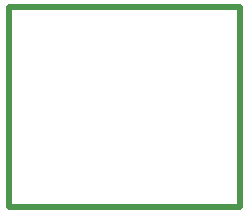
<source format=gko>
G04 Layer: BoardOutlineLayer*
G04 EasyEDA v6.5.40, 2024-02-10 14:23:07*
G04 920af416a4634d2f84d90c69535d52c0,a04e6fd86ffa40b896be462553146460,10*
G04 Gerber Generator version 0.2*
G04 Scale: 100 percent, Rotated: No, Reflected: No *
G04 Dimensions in millimeters *
G04 leading zeros omitted , absolute positions ,4 integer and 5 decimal *
%FSLAX45Y45*%
%MOMM*%

%ADD10C,0.5000*%
D10*
X88900Y1778000D02*
G01*
X2044700Y1778000D01*
X2044700Y88900D01*
X88900Y88900D01*
X88900Y1778000D01*

%LPD*%
M02*

</source>
